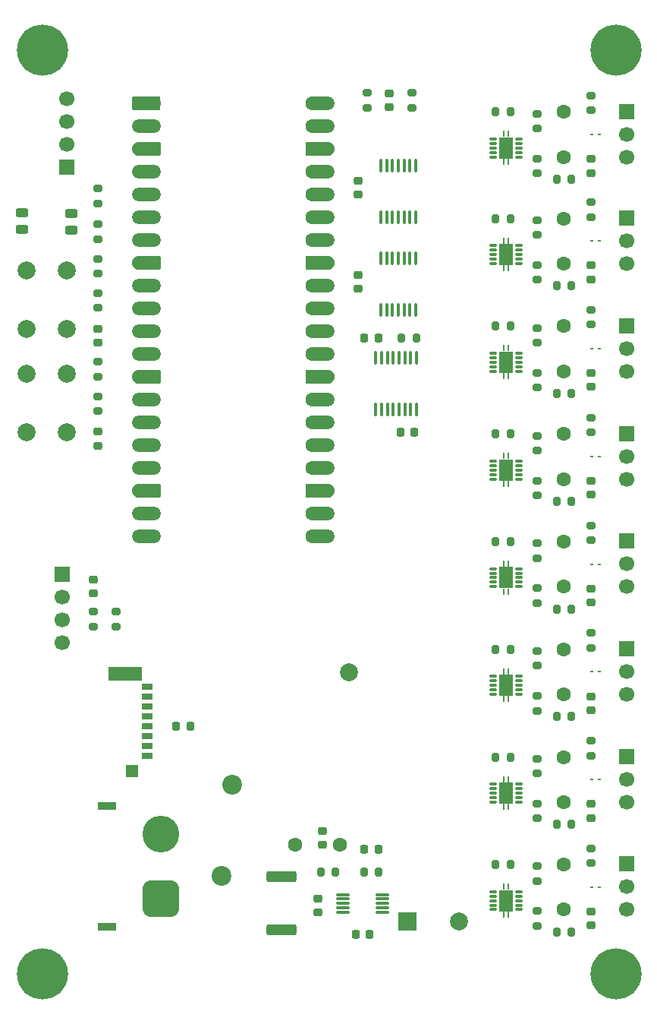
<source format=gbr>
%TF.GenerationSoftware,KiCad,Pcbnew,9.0.4*%
%TF.CreationDate,2025-11-02T13:51:21+01:00*%
%TF.ProjectId,controller,636f6e74-726f-46c6-9c65-722e6b696361,rev?*%
%TF.SameCoordinates,Original*%
%TF.FileFunction,Soldermask,Top*%
%TF.FilePolarity,Negative*%
%FSLAX46Y46*%
G04 Gerber Fmt 4.6, Leading zero omitted, Abs format (unit mm)*
G04 Created by KiCad (PCBNEW 9.0.4) date 2025-11-02 13:51:21*
%MOMM*%
%LPD*%
G01*
G04 APERTURE LIST*
G04 Aperture macros list*
%AMRoundRect*
0 Rectangle with rounded corners*
0 $1 Rounding radius*
0 $2 $3 $4 $5 $6 $7 $8 $9 X,Y pos of 4 corners*
0 Add a 4 corners polygon primitive as box body*
4,1,4,$2,$3,$4,$5,$6,$7,$8,$9,$2,$3,0*
0 Add four circle primitives for the rounded corners*
1,1,$1+$1,$2,$3*
1,1,$1+$1,$4,$5*
1,1,$1+$1,$6,$7*
1,1,$1+$1,$8,$9*
0 Add four rect primitives between the rounded corners*
20,1,$1+$1,$2,$3,$4,$5,0*
20,1,$1+$1,$4,$5,$6,$7,0*
20,1,$1+$1,$6,$7,$8,$9,0*
20,1,$1+$1,$8,$9,$2,$3,0*%
%AMFreePoly0*
4,1,37,0.800000,0.796148,0.878414,0.796148,1.032228,0.765552,1.177117,0.705537,1.307515,0.618408,1.418408,0.507515,1.505537,0.377117,1.565552,0.232228,1.596148,0.078414,1.596148,-0.078414,1.565552,-0.232228,1.505537,-0.377117,1.418408,-0.507515,1.307515,-0.618408,1.177117,-0.705537,1.032228,-0.765552,0.878414,-0.796148,0.800000,-0.796148,0.800000,-0.800000,-1.400000,-0.800000,
-1.403843,-0.796157,-1.439018,-0.796157,-1.511114,-0.766294,-1.566294,-0.711114,-1.596157,-0.639018,-1.596157,-0.603843,-1.600000,-0.600000,-1.600000,0.600000,-1.596157,0.603843,-1.596157,0.639018,-1.566294,0.711114,-1.511114,0.766294,-1.439018,0.796157,-1.403843,0.796157,-1.400000,0.800000,0.800000,0.800000,0.800000,0.796148,0.800000,0.796148,$1*%
%AMFreePoly1*
4,1,37,1.403843,0.796157,1.439018,0.796157,1.511114,0.766294,1.566294,0.711114,1.596157,0.639018,1.596157,0.603843,1.600000,0.600000,1.600000,-0.600000,1.596157,-0.603843,1.596157,-0.639018,1.566294,-0.711114,1.511114,-0.766294,1.439018,-0.796157,1.403843,-0.796157,1.400000,-0.800000,-0.800000,-0.800000,-0.800000,-0.796148,-0.878414,-0.796148,-1.032228,-0.765552,-1.177117,-0.705537,
-1.307515,-0.618408,-1.418408,-0.507515,-1.505537,-0.377117,-1.565552,-0.232228,-1.596148,-0.078414,-1.596148,0.078414,-1.565552,0.232228,-1.505537,0.377117,-1.418408,0.507515,-1.307515,0.618408,-1.177117,0.705537,-1.032228,0.765552,-0.878414,0.796148,-0.800000,0.796148,-0.800000,0.800000,1.400000,0.800000,1.403843,0.796157,1.403843,0.796157,$1*%
%AMFreePoly2*
4,1,37,0.603843,0.796157,0.639018,0.796157,0.711114,0.766294,0.766294,0.711114,0.796157,0.639018,0.796157,0.603843,0.800000,0.600000,0.800000,-0.600000,0.796157,-0.603843,0.796157,-0.639018,0.766294,-0.711114,0.711114,-0.766294,0.639018,-0.796157,0.603843,-0.796157,0.600000,-0.800000,0.000000,-0.800000,0.000000,-0.796148,-0.078414,-0.796148,-0.232228,-0.765552,-0.377117,-0.705537,
-0.507515,-0.618408,-0.618408,-0.507515,-0.705537,-0.377117,-0.765552,-0.232228,-0.796148,-0.078414,-0.796148,0.078414,-0.765552,0.232228,-0.705537,0.377117,-0.618408,0.507515,-0.507515,0.618408,-0.377117,0.705537,-0.232228,0.765552,-0.078414,0.796148,0.000000,0.796148,0.000000,0.800000,0.600000,0.800000,0.603843,0.796157,0.603843,0.796157,$1*%
%AMFreePoly3*
4,1,37,0.000000,0.796148,0.078414,0.796148,0.232228,0.765552,0.377117,0.705537,0.507515,0.618408,0.618408,0.507515,0.705537,0.377117,0.765552,0.232228,0.796148,0.078414,0.796148,-0.078414,0.765552,-0.232228,0.705537,-0.377117,0.618408,-0.507515,0.507515,-0.618408,0.377117,-0.705537,0.232228,-0.765552,0.078414,-0.796148,0.000000,-0.796148,0.000000,-0.800000,-0.600000,-0.800000,
-0.603843,-0.796157,-0.639018,-0.796157,-0.711114,-0.766294,-0.766294,-0.711114,-0.796157,-0.639018,-0.796157,-0.603843,-0.800000,-0.600000,-0.800000,0.600000,-0.796157,0.603843,-0.796157,0.639018,-0.766294,0.711114,-0.711114,0.766294,-0.639018,0.796157,-0.603843,0.796157,-0.600000,0.800000,0.000000,0.800000,0.000000,0.796148,0.000000,0.796148,$1*%
G04 Aperture macros list end*
%ADD10C,5.700000*%
%ADD11C,3.600000*%
%ADD12RoundRect,0.200000X-0.275000X0.200000X-0.275000X-0.200000X0.275000X-0.200000X0.275000X0.200000X0*%
%ADD13RoundRect,0.062500X-0.117500X-0.062500X0.117500X-0.062500X0.117500X0.062500X-0.117500X0.062500X0*%
%ADD14RoundRect,0.200000X-0.200000X-0.275000X0.200000X-0.275000X0.200000X0.275000X-0.200000X0.275000X0*%
%ADD15RoundRect,0.100000X0.100000X-0.637500X0.100000X0.637500X-0.100000X0.637500X-0.100000X-0.637500X0*%
%ADD16RoundRect,0.225000X-0.250000X0.225000X-0.250000X-0.225000X0.250000X-0.225000X0.250000X0.225000X0*%
%ADD17RoundRect,0.243750X0.456250X-0.243750X0.456250X0.243750X-0.456250X0.243750X-0.456250X-0.243750X0*%
%ADD18RoundRect,0.200000X0.275000X-0.200000X0.275000X0.200000X-0.275000X0.200000X-0.275000X-0.200000X0*%
%ADD19C,2.200000*%
%ADD20RoundRect,0.070000X-0.355000X-0.070000X0.355000X-0.070000X0.355000X0.070000X-0.355000X0.070000X0*%
%ADD21R,0.280000X0.700000*%
%ADD22R,1.650000X2.400000*%
%ADD23FreePoly0,0.000000*%
%ADD24RoundRect,0.200000X-0.600000X-0.600000X0.600000X-0.600000X0.600000X0.600000X-0.600000X0.600000X0*%
%ADD25RoundRect,0.800000X-0.800000X-0.000010X0.800000X-0.000010X0.800000X0.000010X-0.800000X0.000010X0*%
%ADD26C,1.600000*%
%ADD27FreePoly1,0.000000*%
%ADD28FreePoly2,0.000000*%
%ADD29FreePoly3,0.000000*%
%ADD30C,2.000000*%
%ADD31RoundRect,0.225000X0.225000X0.250000X-0.225000X0.250000X-0.225000X-0.250000X0.225000X-0.250000X0*%
%ADD32R,1.700000X1.700000*%
%ADD33C,1.700000*%
%ADD34RoundRect,0.225000X0.250000X-0.225000X0.250000X0.225000X-0.250000X0.225000X-0.250000X-0.225000X0*%
%ADD35R,1.200000X0.700000*%
%ADD36R,3.800000X1.500000*%
%ADD37R,1.400000X1.450000*%
%ADD38RoundRect,0.100000X-0.100000X0.637500X-0.100000X-0.637500X0.100000X-0.637500X0.100000X0.637500X0*%
%ADD39RoundRect,0.225000X-0.225000X-0.250000X0.225000X-0.250000X0.225000X0.250000X-0.225000X0.250000X0*%
%ADD40R,2.000000X2.000000*%
%ADD41RoundRect,0.200000X0.200000X0.275000X-0.200000X0.275000X-0.200000X-0.275000X0.200000X-0.275000X0*%
%ADD42R,2.000000X0.900000*%
%ADD43RoundRect,1.025000X1.025000X-1.025000X1.025000X1.025000X-1.025000X1.025000X-1.025000X-1.025000X0*%
%ADD44C,4.100000*%
%ADD45RoundRect,0.250000X1.425000X-0.362500X1.425000X0.362500X-1.425000X0.362500X-1.425000X-0.362500X0*%
%ADD46RoundRect,0.075000X0.650000X0.075000X-0.650000X0.075000X-0.650000X-0.075000X0.650000X-0.075000X0*%
G04 APERTURE END LIST*
D10*
%TO.C,H1*%
X102800000Y-135400000D03*
D11*
X102800000Y-135400000D03*
%TD*%
D10*
%TO.C,H4*%
X102800000Y-32400000D03*
D11*
X102800000Y-32400000D03*
%TD*%
%TO.C,H3*%
X38800000Y-32400000D03*
D10*
X38800000Y-32400000D03*
%TD*%
D11*
%TO.C,H2*%
X38800000Y-135400000D03*
D10*
X38800000Y-135400000D03*
%TD*%
D12*
%TO.C,R32*%
X45000000Y-55675000D03*
X45000000Y-57325000D03*
%TD*%
D13*
%TO.C,D2*%
X100920000Y-65700000D03*
X100080000Y-65700000D03*
%TD*%
D12*
%TO.C,R29*%
X45000000Y-67175000D03*
X45000000Y-68825000D03*
%TD*%
D14*
%TO.C,R6*%
X89350000Y-63200000D03*
X91000000Y-63200000D03*
%TD*%
D15*
%TO.C,U1*%
X76550000Y-51019870D03*
X77200000Y-51019870D03*
X77850000Y-51019870D03*
X78500000Y-51019870D03*
X79150000Y-51019870D03*
X79800000Y-51019870D03*
X80450000Y-51019870D03*
X80450000Y-45294870D03*
X79800000Y-45294870D03*
X79150000Y-45294870D03*
X78500000Y-45294870D03*
X77850000Y-45294870D03*
X77200000Y-45294870D03*
X76550000Y-45294870D03*
%TD*%
D14*
%TO.C,R44*%
X96175000Y-130720000D03*
X97825000Y-130720000D03*
%TD*%
D13*
%TO.C,D3*%
X100920000Y-77720000D03*
X100080000Y-77720000D03*
%TD*%
D16*
%TO.C,C19*%
X74000000Y-57450000D03*
X74000000Y-59000000D03*
%TD*%
D14*
%TO.C,R39*%
X96175000Y-118720000D03*
X97825000Y-118720000D03*
%TD*%
D16*
%TO.C,C31*%
X100000000Y-44550000D03*
X100000000Y-46100000D03*
%TD*%
D17*
%TO.C,D10*%
X36500000Y-52437500D03*
X36500000Y-50562500D03*
%TD*%
D14*
%TO.C,R19*%
X96175000Y-94720000D03*
X97825000Y-94720000D03*
%TD*%
D18*
%TO.C,R37*%
X94000000Y-113045000D03*
X94000000Y-111395000D03*
%TD*%
D16*
%TO.C,C7*%
X100000000Y-92445000D03*
X100000000Y-93995000D03*
%TD*%
D12*
%TO.C,R10*%
X100000000Y-61375000D03*
X100000000Y-63025000D03*
%TD*%
D19*
%TO.C,F1*%
X60000000Y-114300000D03*
X58800000Y-124500000D03*
%TD*%
D18*
%TO.C,R26*%
X45000000Y-53500000D03*
X45000000Y-51850000D03*
%TD*%
D13*
%TO.C,D4*%
X100920000Y-89720000D03*
X100080000Y-89720000D03*
%TD*%
D12*
%TO.C,R3*%
X94000000Y-56375000D03*
X94000000Y-58025000D03*
%TD*%
D20*
%TO.C,U8*%
X89050000Y-114220000D03*
X89050000Y-114720000D03*
X89050000Y-115220000D03*
X89050000Y-115720000D03*
X89050000Y-116220000D03*
X92000000Y-116220000D03*
X92000000Y-115720000D03*
X92000000Y-115220000D03*
X92000000Y-114720000D03*
X92000000Y-114220000D03*
D21*
X90275000Y-113670000D03*
X90275000Y-116770000D03*
D22*
X90525000Y-115220000D03*
D21*
X90775000Y-113670000D03*
X90775000Y-116770000D03*
%TD*%
D14*
%TO.C,R54*%
X89350000Y-39325000D03*
X91000000Y-39325000D03*
%TD*%
%TO.C,R11*%
X89350000Y-75220000D03*
X91000000Y-75220000D03*
%TD*%
D23*
%TO.C,A1*%
X50385000Y-38340000D03*
D24*
X51185000Y-38340000D03*
D25*
X50385000Y-40880000D03*
D26*
X51185000Y-40880000D03*
D27*
X50385000Y-43420000D03*
D28*
X51185000Y-43420000D03*
D25*
X50385000Y-45960000D03*
D26*
X51185000Y-45960000D03*
D25*
X50385000Y-48500000D03*
D26*
X51185000Y-48500000D03*
D25*
X50385000Y-51040000D03*
D26*
X51185000Y-51040000D03*
D25*
X50385000Y-53580000D03*
D26*
X51185000Y-53580000D03*
D27*
X50385000Y-56120000D03*
D28*
X51185000Y-56120000D03*
D25*
X50385000Y-58660000D03*
D26*
X51185000Y-58660000D03*
D25*
X50385000Y-61200000D03*
D26*
X51185000Y-61200000D03*
D25*
X50385000Y-63740000D03*
D26*
X51185000Y-63740000D03*
D25*
X50385000Y-66280000D03*
D26*
X51185000Y-66280000D03*
D27*
X50385000Y-68820000D03*
D28*
X51185000Y-68820000D03*
D25*
X50385000Y-71360000D03*
D26*
X51185000Y-71360000D03*
D25*
X50385000Y-73900000D03*
D26*
X51185000Y-73900000D03*
D25*
X50385000Y-76440000D03*
D26*
X51185000Y-76440000D03*
D25*
X50385000Y-78980000D03*
D26*
X51185000Y-78980000D03*
D27*
X50385000Y-81520000D03*
D28*
X51185000Y-81520000D03*
D25*
X50385000Y-84060000D03*
D26*
X51185000Y-84060000D03*
D25*
X50385000Y-86600000D03*
D26*
X51185000Y-86600000D03*
X68965000Y-86600000D03*
D25*
X69765000Y-86600000D03*
D26*
X68965000Y-84060000D03*
D25*
X69765000Y-84060000D03*
D29*
X68965000Y-81520000D03*
D23*
X69765000Y-81520000D03*
D26*
X68965000Y-78980000D03*
D25*
X69765000Y-78980000D03*
D26*
X68965000Y-76440000D03*
D25*
X69765000Y-76440000D03*
D26*
X68965000Y-73900000D03*
D25*
X69765000Y-73900000D03*
D26*
X68965000Y-71360000D03*
D25*
X69765000Y-71360000D03*
D29*
X68965000Y-68820000D03*
D23*
X69765000Y-68820000D03*
D26*
X68965000Y-66280000D03*
D25*
X69765000Y-66280000D03*
D26*
X68965000Y-63740000D03*
D25*
X69765000Y-63740000D03*
D26*
X68965000Y-61200000D03*
D25*
X69765000Y-61200000D03*
D26*
X68965000Y-58660000D03*
D25*
X69765000Y-58660000D03*
D29*
X68965000Y-56120000D03*
D23*
X69765000Y-56120000D03*
D26*
X68965000Y-53580000D03*
D25*
X69765000Y-53580000D03*
D26*
X68965000Y-51040000D03*
D25*
X69765000Y-51040000D03*
D26*
X68965000Y-48500000D03*
D25*
X69765000Y-48500000D03*
D26*
X68965000Y-45960000D03*
D25*
X69765000Y-45960000D03*
D29*
X68965000Y-43420000D03*
D23*
X69765000Y-43420000D03*
D26*
X68965000Y-40880000D03*
D25*
X69765000Y-40880000D03*
D26*
X68965000Y-38340000D03*
D25*
X69765000Y-38340000D03*
%TD*%
D30*
%TO.C,SW1*%
X37000000Y-75000000D03*
X37000000Y-68500000D03*
X41500000Y-75000000D03*
X41500000Y-68500000D03*
%TD*%
D18*
%TO.C,R30*%
X45000000Y-72650000D03*
X45000000Y-71000000D03*
%TD*%
D31*
%TO.C,C27*%
X76275000Y-64500000D03*
X74725000Y-64500000D03*
%TD*%
D20*
%TO.C,U5*%
X89050000Y-78220000D03*
X89050000Y-78720000D03*
X89050000Y-79220000D03*
X89050000Y-79720000D03*
X89050000Y-80220000D03*
X92000000Y-80220000D03*
X92000000Y-79720000D03*
X92000000Y-79220000D03*
X92000000Y-78720000D03*
X92000000Y-78220000D03*
D21*
X90275000Y-77670000D03*
X90275000Y-80770000D03*
D22*
X90525000Y-79220000D03*
D21*
X90775000Y-77670000D03*
X90775000Y-80770000D03*
%TD*%
D16*
%TO.C,C13*%
X100000000Y-128445000D03*
X100000000Y-129995000D03*
%TD*%
D32*
%TO.C,J3*%
X104000000Y-63120000D03*
D33*
X104000000Y-65660000D03*
X104000000Y-68200000D03*
%TD*%
D12*
%TO.C,R35*%
X100000000Y-97395000D03*
X100000000Y-99045000D03*
%TD*%
D18*
%TO.C,R12*%
X94000000Y-77045000D03*
X94000000Y-75395000D03*
%TD*%
D12*
%TO.C,R38*%
X94000000Y-116395000D03*
X94000000Y-118045000D03*
%TD*%
D20*
%TO.C,U13*%
X89050000Y-42325000D03*
X89050000Y-42825000D03*
X89050000Y-43325000D03*
X89050000Y-43825000D03*
X89050000Y-44325000D03*
X92000000Y-44325000D03*
X92000000Y-43825000D03*
X92000000Y-43325000D03*
X92000000Y-42825000D03*
X92000000Y-42325000D03*
D21*
X90275000Y-41775000D03*
X90275000Y-44875000D03*
D22*
X90525000Y-43325000D03*
D21*
X90775000Y-41775000D03*
X90775000Y-44875000D03*
%TD*%
D12*
%TO.C,R18*%
X94000000Y-92395000D03*
X94000000Y-94045000D03*
%TD*%
D34*
%TO.C,C26*%
X69500000Y-128537500D03*
X69500000Y-126987500D03*
%TD*%
D12*
%TO.C,R28*%
X47000000Y-95000000D03*
X47000000Y-96650000D03*
%TD*%
%TO.C,R25*%
X45000000Y-47850000D03*
X45000000Y-49500000D03*
%TD*%
D16*
%TO.C,C5*%
X100000000Y-80445000D03*
X100000000Y-81995000D03*
%TD*%
D32*
%TO.C,J13*%
X104000000Y-39245000D03*
D33*
X104000000Y-41785000D03*
X104000000Y-44325000D03*
%TD*%
D14*
%TO.C,R41*%
X89350000Y-123220000D03*
X91000000Y-123220000D03*
%TD*%
D12*
%TO.C,R40*%
X100000000Y-109395000D03*
X100000000Y-111045000D03*
%TD*%
D18*
%TO.C,R42*%
X94000000Y-125045000D03*
X94000000Y-123395000D03*
%TD*%
D35*
%TO.C,J11*%
X50500000Y-111090000D03*
X50500000Y-109990000D03*
X50500000Y-108900000D03*
X50500000Y-107800000D03*
X50500000Y-106690000D03*
X50500000Y-105590000D03*
X50500000Y-104500000D03*
X50500000Y-103390000D03*
D36*
X48000000Y-101900000D03*
D37*
X48750000Y-112740000D03*
%TD*%
D38*
%TO.C,U12*%
X80550000Y-66725000D03*
X79900000Y-66725000D03*
X79250000Y-66725000D03*
X78600000Y-66725000D03*
X77950000Y-66725000D03*
X77300000Y-66725000D03*
X76650000Y-66725000D03*
X76000000Y-66725000D03*
X76000000Y-72450000D03*
X76650000Y-72450000D03*
X77300000Y-72450000D03*
X77950000Y-72450000D03*
X78600000Y-72450000D03*
X79250000Y-72450000D03*
X79900000Y-72450000D03*
X80550000Y-72450000D03*
%TD*%
D16*
%TO.C,C9*%
X100000000Y-104445000D03*
X100000000Y-105995000D03*
%TD*%
D14*
%TO.C,R21*%
X89350000Y-99220000D03*
X91000000Y-99220000D03*
%TD*%
D12*
%TO.C,R43*%
X94000000Y-128395000D03*
X94000000Y-130045000D03*
%TD*%
%TO.C,R23*%
X94000000Y-104395000D03*
X94000000Y-106045000D03*
%TD*%
%TO.C,R53*%
X100000000Y-37500000D03*
X100000000Y-39150000D03*
%TD*%
D18*
%TO.C,R17*%
X94000000Y-89045000D03*
X94000000Y-87395000D03*
%TD*%
D16*
%TO.C,C24*%
X70000000Y-119450000D03*
X70000000Y-121000000D03*
%TD*%
D18*
%TO.C,R52*%
X75000000Y-38825000D03*
X75000000Y-37175000D03*
%TD*%
D15*
%TO.C,U2*%
X76550000Y-61382370D03*
X77200000Y-61382370D03*
X77850000Y-61382370D03*
X78500000Y-61382370D03*
X79150000Y-61382370D03*
X79800000Y-61382370D03*
X80450000Y-61382370D03*
X80450000Y-55657370D03*
X79800000Y-55657370D03*
X79150000Y-55657370D03*
X78500000Y-55657370D03*
X77850000Y-55657370D03*
X77200000Y-55657370D03*
X76550000Y-55657370D03*
%TD*%
D14*
%TO.C,R9*%
X96175000Y-70700000D03*
X97825000Y-70700000D03*
%TD*%
D39*
%TO.C,C22*%
X74725000Y-121500000D03*
X76275000Y-121500000D03*
%TD*%
D32*
%TO.C,J7*%
X104000000Y-111140000D03*
D33*
X104000000Y-113680000D03*
X104000000Y-116220000D03*
%TD*%
D20*
%TO.C,U4*%
X89050000Y-66200000D03*
X89050000Y-66700000D03*
X89050000Y-67200000D03*
X89050000Y-67700000D03*
X89050000Y-68200000D03*
X92000000Y-68200000D03*
X92000000Y-67700000D03*
X92000000Y-67200000D03*
X92000000Y-66700000D03*
X92000000Y-66200000D03*
D21*
X90275000Y-65650000D03*
X90275000Y-68750000D03*
D22*
X90525000Y-67200000D03*
D21*
X90775000Y-65650000D03*
X90775000Y-68750000D03*
%TD*%
D16*
%TO.C,C28*%
X77500000Y-37225000D03*
X77500000Y-38775000D03*
%TD*%
D14*
%TO.C,R16*%
X89350000Y-87220000D03*
X91000000Y-87220000D03*
%TD*%
D20*
%TO.C,U9*%
X89050000Y-126220000D03*
X89050000Y-126720000D03*
X89050000Y-127220000D03*
X89050000Y-127720000D03*
X89050000Y-128220000D03*
X92000000Y-128220000D03*
X92000000Y-127720000D03*
X92000000Y-127220000D03*
X92000000Y-126720000D03*
X92000000Y-126220000D03*
D21*
X90275000Y-125670000D03*
X90275000Y-128770000D03*
D22*
X90525000Y-127220000D03*
D21*
X90775000Y-125670000D03*
X90775000Y-128770000D03*
%TD*%
D13*
%TO.C,D5*%
X100920000Y-101720000D03*
X100080000Y-101720000D03*
%TD*%
D18*
%TO.C,R2*%
X94000000Y-53025000D03*
X94000000Y-51375000D03*
%TD*%
D13*
%TO.C,D7*%
X100920000Y-125720000D03*
X100080000Y-125720000D03*
%TD*%
%TO.C,D1*%
X100920000Y-53700000D03*
X100080000Y-53700000D03*
%TD*%
D40*
%TO.C,TP1*%
X79500000Y-129500000D03*
%TD*%
D20*
%TO.C,U3*%
X89050000Y-54200000D03*
X89050000Y-54700000D03*
X89050000Y-55200000D03*
X89050000Y-55700000D03*
X89050000Y-56200000D03*
X92000000Y-56200000D03*
X92000000Y-55700000D03*
X92000000Y-55200000D03*
X92000000Y-54700000D03*
X92000000Y-54200000D03*
D21*
X90275000Y-53650000D03*
X90275000Y-56750000D03*
D22*
X90525000Y-55200000D03*
D21*
X90775000Y-53650000D03*
X90775000Y-56750000D03*
%TD*%
D17*
%TO.C,D9*%
X42000000Y-52500000D03*
X42000000Y-50625000D03*
%TD*%
D30*
%TO.C,TP3*%
X85250000Y-129500000D03*
%TD*%
D41*
%TO.C,TH1*%
X71500000Y-124000000D03*
X69850000Y-124000000D03*
%TD*%
D12*
%TO.C,R5*%
X100000000Y-49375000D03*
X100000000Y-51025000D03*
%TD*%
D32*
%TO.C,J12*%
X41500000Y-45500000D03*
D33*
X41500000Y-42960000D03*
X41500000Y-40420000D03*
X41500000Y-37880000D03*
%TD*%
D42*
%TO.C,J1*%
X46000000Y-130150000D03*
X46000000Y-116650000D03*
D43*
X52000000Y-127000000D03*
D44*
X52000000Y-119800000D03*
%TD*%
D18*
%TO.C,R7*%
X94000000Y-65025000D03*
X94000000Y-63375000D03*
%TD*%
D32*
%TO.C,J10*%
X41000000Y-90880000D03*
D33*
X41000000Y-93420000D03*
X41000000Y-95960000D03*
X41000000Y-98500000D03*
%TD*%
D45*
%TO.C,R34*%
X65500000Y-130500000D03*
X65500000Y-124575000D03*
%TD*%
D18*
%TO.C,R55*%
X94000000Y-41150000D03*
X94000000Y-39500000D03*
%TD*%
D41*
%TO.C,R51*%
X80500000Y-64500000D03*
X78850000Y-64500000D03*
%TD*%
D32*
%TO.C,J8*%
X104000000Y-123140000D03*
D33*
X104000000Y-125680000D03*
X104000000Y-128220000D03*
%TD*%
D12*
%TO.C,R56*%
X94000000Y-44500000D03*
X94000000Y-46150000D03*
%TD*%
D32*
%TO.C,J5*%
X104000000Y-87140000D03*
D33*
X104000000Y-89680000D03*
X104000000Y-92220000D03*
%TD*%
D12*
%TO.C,R45*%
X100000000Y-121395000D03*
X100000000Y-123045000D03*
%TD*%
D41*
%TO.C,R33*%
X76325000Y-124000000D03*
X74675000Y-124000000D03*
%TD*%
D30*
%TO.C,SW2*%
X37000000Y-63500000D03*
X37000000Y-57000000D03*
X41500000Y-63500000D03*
X41500000Y-57000000D03*
%TD*%
D14*
%TO.C,R24*%
X96175000Y-106720000D03*
X97825000Y-106720000D03*
%TD*%
D20*
%TO.C,U6*%
X89050000Y-90220000D03*
X89050000Y-90720000D03*
X89050000Y-91220000D03*
X89050000Y-91720000D03*
X89050000Y-92220000D03*
X92000000Y-92220000D03*
X92000000Y-91720000D03*
X92000000Y-91220000D03*
X92000000Y-90720000D03*
X92000000Y-90220000D03*
D21*
X90275000Y-89670000D03*
X90275000Y-92770000D03*
D22*
X90525000Y-91220000D03*
D21*
X90775000Y-89670000D03*
X90775000Y-92770000D03*
%TD*%
D31*
%TO.C,C29*%
X80275000Y-75000000D03*
X78725000Y-75000000D03*
%TD*%
D12*
%TO.C,R27*%
X44500000Y-95000000D03*
X44500000Y-96650000D03*
%TD*%
%TO.C,TH2*%
X80000000Y-37175000D03*
X80000000Y-38825000D03*
%TD*%
D14*
%TO.C,R36*%
X89350000Y-111220000D03*
X91000000Y-111220000D03*
%TD*%
D34*
%TO.C,C21*%
X44500000Y-93000000D03*
X44500000Y-91450000D03*
%TD*%
D18*
%TO.C,R31*%
X45000000Y-61150000D03*
X45000000Y-59500000D03*
%TD*%
D32*
%TO.C,J4*%
X104000000Y-75140000D03*
D33*
X104000000Y-77680000D03*
X104000000Y-80220000D03*
%TD*%
D16*
%TO.C,C1*%
X100000000Y-56425000D03*
X100000000Y-57975000D03*
%TD*%
D14*
%TO.C,R1*%
X89350000Y-51200000D03*
X91000000Y-51200000D03*
%TD*%
D16*
%TO.C,C3*%
X100000000Y-68425000D03*
X100000000Y-69975000D03*
%TD*%
D39*
%TO.C,C30*%
X73725000Y-131000000D03*
X75275000Y-131000000D03*
%TD*%
D14*
%TO.C,R14*%
X96175000Y-82720000D03*
X97825000Y-82720000D03*
%TD*%
D39*
%TO.C,C23*%
X53725000Y-107750000D03*
X55275000Y-107750000D03*
%TD*%
D16*
%TO.C,C11*%
X100000000Y-116445000D03*
X100000000Y-117995000D03*
%TD*%
%TO.C,C18*%
X45000000Y-63500000D03*
X45000000Y-65050000D03*
%TD*%
D12*
%TO.C,R20*%
X100000000Y-85395000D03*
X100000000Y-87045000D03*
%TD*%
D32*
%TO.C,J2*%
X104000000Y-51120000D03*
D33*
X104000000Y-53660000D03*
X104000000Y-56200000D03*
%TD*%
D16*
%TO.C,C17*%
X45000000Y-74950000D03*
X45000000Y-76500000D03*
%TD*%
D14*
%TO.C,R57*%
X96175000Y-46825000D03*
X97825000Y-46825000D03*
%TD*%
D30*
%TO.C,TP2*%
X73000000Y-101750000D03*
%TD*%
D12*
%TO.C,R8*%
X94000000Y-68375000D03*
X94000000Y-70025000D03*
%TD*%
D20*
%TO.C,U7*%
X89050000Y-102220000D03*
X89050000Y-102720000D03*
X89050000Y-103220000D03*
X89050000Y-103720000D03*
X89050000Y-104220000D03*
X92000000Y-104220000D03*
X92000000Y-103720000D03*
X92000000Y-103220000D03*
X92000000Y-102720000D03*
X92000000Y-102220000D03*
D21*
X90275000Y-101670000D03*
X90275000Y-104770000D03*
D22*
X90525000Y-103220000D03*
D21*
X90775000Y-101670000D03*
X90775000Y-104770000D03*
%TD*%
D12*
%TO.C,R13*%
X94000000Y-80395000D03*
X94000000Y-82045000D03*
%TD*%
D18*
%TO.C,R22*%
X94000000Y-101045000D03*
X94000000Y-99395000D03*
%TD*%
D32*
%TO.C,J6*%
X104000000Y-99140000D03*
D33*
X104000000Y-101680000D03*
X104000000Y-104220000D03*
%TD*%
D16*
%TO.C,C20*%
X74000000Y-46950000D03*
X74000000Y-48500000D03*
%TD*%
D46*
%TO.C,U11*%
X76700000Y-128537500D03*
X76700000Y-128037500D03*
X76700000Y-127537500D03*
X76700000Y-127037500D03*
X76700000Y-126537500D03*
X72300000Y-126537500D03*
X72300000Y-127037500D03*
X72300000Y-127537500D03*
X72300000Y-128037500D03*
X72300000Y-128537500D03*
%TD*%
D13*
%TO.C,D11*%
X100920000Y-41825000D03*
X100080000Y-41825000D03*
%TD*%
%TO.C,D6*%
X100920000Y-113720000D03*
X100080000Y-113720000D03*
%TD*%
D12*
%TO.C,R15*%
X100000000Y-73395000D03*
X100000000Y-75045000D03*
%TD*%
D14*
%TO.C,R4*%
X96175000Y-58700000D03*
X97825000Y-58700000D03*
%TD*%
D26*
%TO.C,C6*%
X97000000Y-80220000D03*
X97000000Y-75220000D03*
%TD*%
%TO.C,C14*%
X97000000Y-128220000D03*
X97000000Y-123220000D03*
%TD*%
%TO.C,C10*%
X97000000Y-104220000D03*
X97000000Y-99220000D03*
%TD*%
%TO.C,C2*%
X97000000Y-56200000D03*
X97000000Y-51200000D03*
%TD*%
%TO.C,C32*%
X97000000Y-44325000D03*
X97000000Y-39325000D03*
%TD*%
%TO.C,C4*%
X97000000Y-68200000D03*
X97000000Y-63200000D03*
%TD*%
%TO.C,C25*%
X67000000Y-121000000D03*
X72000000Y-121000000D03*
%TD*%
%TO.C,C8*%
X97000000Y-92220000D03*
X97000000Y-87220000D03*
%TD*%
%TO.C,C12*%
X97000000Y-116220000D03*
X97000000Y-111220000D03*
%TD*%
M02*

</source>
